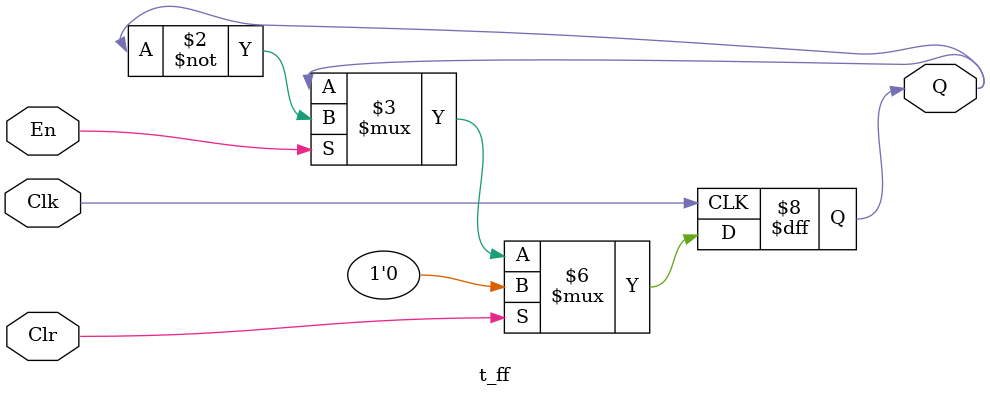
<source format=v>
module t_ff (En, Clk, Clr, Q);
  input En, Clk, Clr;
  output reg Q;

  always @ (posedge Clk)
    if (Clr)
      Q <= 0;
    else if (En)
      Q <= ~Q;

endmodule
</source>
